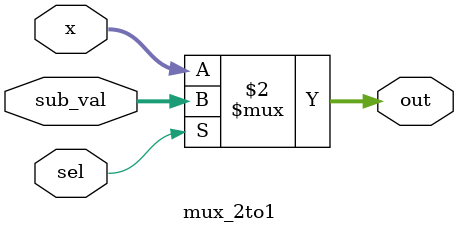
<source format=v>
module mux_2to1 (
  input [3:0] x,sub_val,
	input sel,
  output [3:0] out
);
  assign out = (sel==1) ? sub_val:x;
endmodule

</source>
